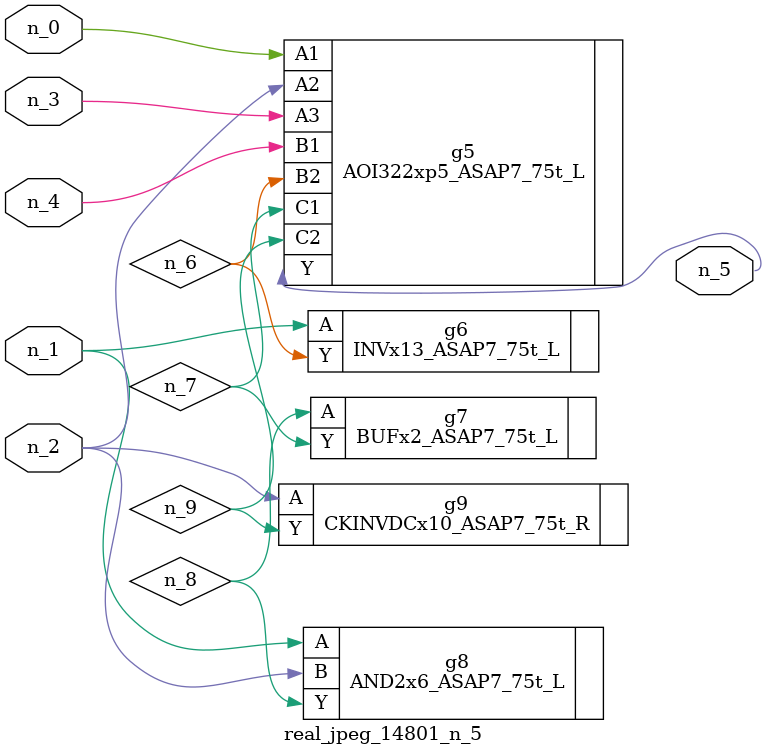
<source format=v>
module real_jpeg_14801_n_5 (n_4, n_0, n_1, n_2, n_3, n_5);

input n_4;
input n_0;
input n_1;
input n_2;
input n_3;

output n_5;

wire n_8;
wire n_6;
wire n_7;
wire n_9;

AOI322xp5_ASAP7_75t_L g5 ( 
.A1(n_0),
.A2(n_2),
.A3(n_3),
.B1(n_4),
.B2(n_6),
.C1(n_7),
.C2(n_9),
.Y(n_5)
);

INVx13_ASAP7_75t_L g6 ( 
.A(n_1),
.Y(n_6)
);

AND2x6_ASAP7_75t_L g8 ( 
.A(n_1),
.B(n_2),
.Y(n_8)
);

CKINVDCx10_ASAP7_75t_R g9 ( 
.A(n_2),
.Y(n_9)
);

BUFx2_ASAP7_75t_L g7 ( 
.A(n_8),
.Y(n_7)
);


endmodule
</source>
